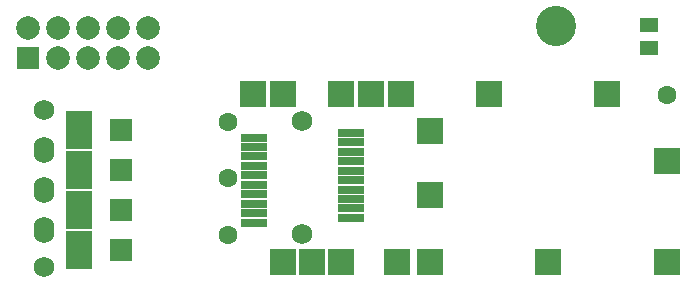
<source format=gts>
G04 Layer_Color=8388736*
%FSLAX24Y24*%
%MOIN*%
G70*
G01*
G75*
%ADD30R,0.0780X0.0780*%
%ADD31R,0.0880X0.1280*%
%ADD32R,0.0867X0.0277*%
%ADD33R,0.0592X0.0513*%
%ADD34C,0.0680*%
%ADD35O,0.0680X0.0880*%
%ADD36C,0.0631*%
%ADD37R,0.0867X0.0867*%
%ADD38C,0.0690*%
%ADD39C,0.0789*%
%ADD40R,0.0719X0.0719*%
%ADD41C,0.1340*%
D30*
X5190Y5060D02*
D03*
Y3710D02*
D03*
Y2380D02*
D03*
Y1050D02*
D03*
D31*
X3790Y5060D02*
D03*
Y3710D02*
D03*
Y2380D02*
D03*
Y1050D02*
D03*
D32*
X12839Y4951D02*
D03*
X12839Y4636D02*
D03*
Y4321D02*
D03*
X12839Y4006D02*
D03*
Y3691D02*
D03*
Y3376D02*
D03*
Y3061D02*
D03*
Y2746D02*
D03*
Y2431D02*
D03*
Y2116D02*
D03*
X9611Y1959D02*
D03*
Y2274D02*
D03*
Y2589D02*
D03*
Y2904D02*
D03*
Y3219D02*
D03*
Y3534D02*
D03*
Y3849D02*
D03*
X9611Y4164D02*
D03*
Y4479D02*
D03*
X9611Y4794D02*
D03*
D33*
X22770Y7796D02*
D03*
Y8544D02*
D03*
D34*
X2630Y480D02*
D03*
Y5710D02*
D03*
D35*
Y1720D02*
D03*
Y3040D02*
D03*
Y4380D02*
D03*
D36*
X8750Y1550D02*
D03*
X23371Y6221D02*
D03*
X8750Y5330D02*
D03*
Y3440D02*
D03*
D37*
X14504Y6250D02*
D03*
X11550Y640D02*
D03*
X15490D02*
D03*
X19430D02*
D03*
X12530D02*
D03*
X14380D02*
D03*
X23370D02*
D03*
X15490Y2880D02*
D03*
Y5000D02*
D03*
X17460Y6250D02*
D03*
X21400D02*
D03*
X23370Y4020D02*
D03*
X13520Y6250D02*
D03*
X12530D02*
D03*
X10570D02*
D03*
X9580D02*
D03*
X10570Y640D02*
D03*
D38*
X11225Y1565D02*
D03*
X11206Y5355D02*
D03*
D39*
X2100Y8450D02*
D03*
X3100D02*
D03*
X4100D02*
D03*
X5100D02*
D03*
X6100D02*
D03*
Y7450D02*
D03*
X5100D02*
D03*
X4100D02*
D03*
X3100D02*
D03*
D40*
X2100D02*
D03*
D41*
X19700Y8500D02*
D03*
M02*

</source>
